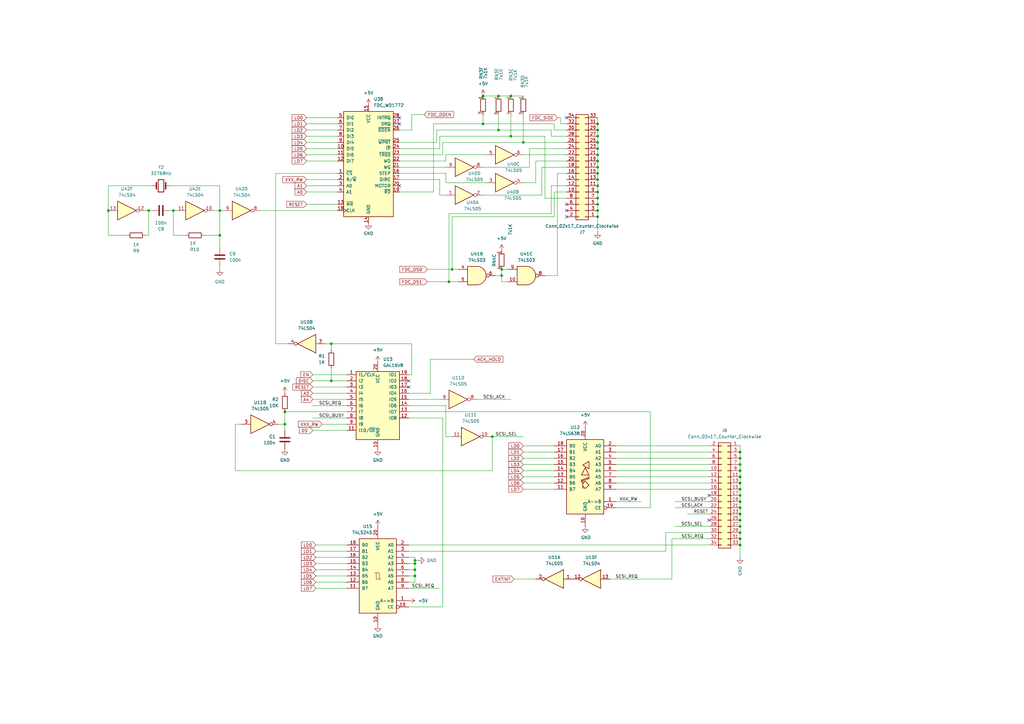
<source format=kicad_sch>
(kicad_sch (version 20250114) (generator "eeschema") (generator_version "9.0")
  (paper "A3")
  (title_block (title "CST Thor  - Clone/Upgrade for Sinclair QL") (date "2025-03-15") (rev "0,1") (company "(C) 2025 Alvaro Alea Fdz") (comment 1 "https://ohwr.org/cern_ohl_s_v2.txt") (comment 2 "CERN Open Hardware Licence Version 2 - Strongly Reciprocal") (comment 3 "Under License") (comment 4 "FLOPPY AND SCSI DISK INTERFACES"))
  (lib_symbols
    (symbol "74xx:74LS03" (pin_names (offset 1.016))
      (property "Reference" "U" (at 0 1.27 0))
      (property "Value" "74LS03" (at 0 -1.27 0))
      (symbol "74LS03_1_1"
        (pin input line (at -7.62 2.54 0) (length 3.81) (name "~") (number "1"))
        (pin input line (at -7.62 -2.54 0) (length 3.81) (name "~") (number "2"))
        (pin open_collector inverted (at 7.62 0 180) (length 3.81) (name "~") (number "3"))
      )
      (symbol "74LS03_1_2"
        (pin input inverted (at -7.62 2.54 0) (length 4.318) (name "~") (number "1"))
        (pin input inverted (at -7.62 -2.54 0) (length 4.318) (name "~") (number "2"))
        (pin open_collector line (at 7.62 0 180) (length 3.81) (name "~") (number "3"))
      )
      (symbol "74LS03_2_1"
        (pin input line (at -7.62 2.54 0) (length 3.81) (name "~") (number "4"))
        (pin input line (at -7.62 -2.54 0) (length 3.81) (name "~") (number "5"))
        (pin open_collector inverted (at 7.62 0 180) (length 3.81) (name "~") (number "6"))
      )
      (symbol "74LS03_2_2"
        (pin input inverted (at -7.62 2.54 0) (length 4.318) (name "~") (number "4"))
        (pin input inverted (at -7.62 -2.54 0) (length 4.318) (name "~") (number "5"))
        (pin open_collector line (at 7.62 0 180) (length 3.81) (name "~") (number "6"))
      )
      (symbol "74LS03_3_1"
        (pin input line (at -7.62 2.54 0) (length 3.81) (name "~") (number "9"))
        (pin input line (at -7.62 -2.54 0) (length 3.81) (name "~") (number "10"))
        (pin open_collector inverted (at 7.62 0 180) (length 3.81) (name "~") (number "8"))
      )
      (symbol "74LS03_3_2"
        (pin input inverted (at -7.62 2.54 0) (length 4.318) (name "~") (number "9"))
        (pin input inverted (at -7.62 -2.54 0) (length 4.318) (name "~") (number "10"))
        (pin open_collector line (at 7.62 0 180) (length 3.81) (name "~") (number "8"))
      )
      (symbol "74LS03_4_1"
        (pin input line (at -7.62 2.54 0) (length 3.81) (name "~") (number "12"))
        (pin input line (at -7.62 -2.54 0) (length 3.81) (name "~") (number "13"))
        (pin open_collector inverted (at 7.62 0 180) (length 3.81) (name "~") (number "11"))
      )
      (symbol "74LS03_4_2"
        (pin input inverted (at -7.62 2.54 0) (length 4.318) (name "~") (number "12"))
        (pin input inverted (at -7.62 -2.54 0) (length 4.318) (name "~") (number "13"))
        (pin open_collector line (at 7.62 0 180) (length 3.81) (name "~") (number "11"))
      )
      (symbol "74LS03_5_0"
        (pin power_in line (at 0 12.7 270) (length 5.08) (name "VCC") (number "14"))
        (pin power_in line (at 0 -12.7 90) (length 5.08) (name "GND") (number "7"))
      )
    )
    (symbol "74xx:74LS04"
      (property "Reference" "U" (at 0 1.27 0))
      (property "Value" "74LS04" (at 0 -1.27 0))
      (symbol "74LS04_1_0"
        (pin input line (at -7.62 0 0) (length 3.81) (name "~") (number "1"))
        (pin output inverted (at 7.62 0 180) (length 3.81) (name "~") (number "2"))
      )
      (symbol "74LS04_2_0"
        (pin input line (at -7.62 0 0) (length 3.81) (name "~") (number "3"))
        (pin output inverted (at 7.62 0 180) (length 3.81) (name "~") (number "4"))
      )
      (symbol "74LS04_3_0"
        (pin input line (at -7.62 0 0) (length 3.81) (name "~") (number "5"))
        (pin output inverted (at 7.62 0 180) (length 3.81) (name "~") (number "6"))
      )
      (symbol "74LS04_4_0"
        (pin input line (at -7.62 0 0) (length 3.81) (name "~") (number "9"))
        (pin output inverted (at 7.62 0 180) (length 3.81) (name "~") (number "8"))
      )
      (symbol "74LS04_5_0"
        (pin input line (at -7.62 0 0) (length 3.81) (name "~") (number "11"))
        (pin output inverted (at 7.62 0 180) (length 3.81) (name "~") (number "10"))
      )
      (symbol "74LS04_6_0"
        (pin input line (at -7.62 0 0) (length 3.81) (name "~") (number "13"))
        (pin output inverted (at 7.62 0 180) (length 3.81) (name "~") (number "12"))
      )
      (symbol "74LS04_7_0"
        (pin power_in line (at 0 12.7 270) (length 5.08) (name "VCC") (number "14"))
        (pin power_in line (at 0 -12.7 90) (length 5.08) (name "GND") (number "7"))
      )
    )
    (symbol "74xx:74LS05" (pin_names (offset 1.016))
      (property "Reference" "U" (at 0 1.27 0))
      (property "Value" "74LS05" (at 0 -1.27 0))
      (symbol "74LS05_1_0"
        (pin input line (at -7.62 0 0) (length 3.81) (name "~") (number "1"))
        (pin open_collector inverted (at 7.62 0 180) (length 3.81) (name "~") (number "2"))
      )
      (symbol "74LS05_2_0"
        (pin input line (at -7.62 0 0) (length 3.81) (name "~") (number "3"))
        (pin open_collector inverted (at 7.62 0 180) (length 3.81) (name "~") (number "4"))
      )
      (symbol "74LS05_3_0"
        (pin input line (at -7.62 0 0) (length 3.81) (name "~") (number "5"))
        (pin open_collector inverted (at 7.62 0 180) (length 3.81) (name "~") (number "6"))
      )
      (symbol "74LS05_4_0"
        (pin input line (at -7.62 0 0) (length 3.81) (name "~") (number "9"))
        (pin open_collector inverted (at 7.62 0 180) (length 3.81) (name "~") (number "8"))
      )
      (symbol "74LS05_5_0"
        (pin input line (at -7.62 0 0) (length 3.81) (name "~") (number "11"))
        (pin open_collector inverted (at 7.62 0 180) (length 3.81) (name "~") (number "10"))
      )
      (symbol "74LS05_6_0"
        (pin input line (at -7.62 0 0) (length 3.81) (name "~") (number "13"))
        (pin open_collector inverted (at 7.62 0 180) (length 3.81) (name "~") (number "12"))
      )
      (symbol "74LS05_7_0"
        (pin power_in line (at 0 12.7 270) (length 5.08) (name "VCC") (number "14"))
        (pin power_in line (at 0 -12.7 90) (length 5.08) (name "GND") (number "7"))
      )
    )
    (symbol "74xx:74LS245" (pin_names (offset 1.016))
      (property "Reference" "U" (at -7.62 16.51 0))
      (property "Value" "74LS245" (at -7.62 -16.51 0))
      (symbol "74LS245_1_0"
        (pin tri_state line (at -12.7 12.7 0) (length 5.08) (name "A0") (number "2"))
        (pin tri_state line (at -12.7 10.16 0) (length 5.08) (name "A1") (number "3"))
        (pin tri_state line (at -12.7 7.62 0) (length 5.08) (name "A2") (number "4"))
        (pin tri_state line (at -12.7 5.08 0) (length 5.08) (name "A3") (number "5"))
        (pin tri_state line (at -12.7 2.54 0) (length 5.08) (name "A4") (number "6"))
        (pin tri_state line (at -12.7 0 0) (length 5.08) (name "A5") (number "7"))
        (pin tri_state line (at -12.7 -2.54 0) (length 5.08) (name "A6") (number "8"))
        (pin tri_state line (at -12.7 -5.08 0) (length 5.08) (name "A7") (number "9"))
        (pin input line (at -12.7 -10.16 0) (length 5.08) (name "A->B") (number "1"))
        (pin input inverted (at -12.7 -12.7 0) (length 5.08) (name "CE") (number "19"))
        (pin power_in line (at 0 20.32 270) (length 5.08) (name "VCC") (number "20"))
        (pin power_in line (at 0 -20.32 90) (length 5.08) (name "GND") (number "10"))
        (pin tri_state line (at 12.7 12.7 180) (length 5.08) (name "B0") (number "18"))
        (pin tri_state line (at 12.7 10.16 180) (length 5.08) (name "B1") (number "17"))
        (pin tri_state line (at 12.7 7.62 180) (length 5.08) (name "B2") (number "16"))
        (pin tri_state line (at 12.7 5.08 180) (length 5.08) (name "B3") (number "15"))
        (pin tri_state line (at 12.7 2.54 180) (length 5.08) (name "B4") (number "14"))
        (pin tri_state line (at 12.7 0 180) (length 5.08) (name "B5") (number "13"))
        (pin tri_state line (at 12.7 -2.54 180) (length 5.08) (name "B6") (number "12"))
        (pin tri_state line (at 12.7 -5.08 180) (length 5.08) (name "B7") (number "11"))
      )
    )
    (symbol "8bits:74LS638" (pin_names (offset 1.016))
      (property "Reference" "U15" (at 2.1941 20.32 0))
      (property "Value" "74LS638" (at 2.1941 17.78 0))
      (symbol "74LS638_1_0"
        (pin tri_state line (at -12.7 12.7 0) (length 5.08) (name "A0") (number "2"))
        (pin tri_state line (at -12.7 10.16 0) (length 5.08) (name "A1") (number "3"))
        (pin tri_state line (at -12.7 7.62 0) (length 5.08) (name "A2") (number "4"))
        (pin tri_state line (at -12.7 5.08 0) (length 5.08) (name "A3") (number "5"))
        (pin tri_state line (at -12.7 2.54 0) (length 5.08) (name "A4") (number "6"))
        (pin tri_state line (at -12.7 0 0) (length 5.08) (name "A5") (number "7"))
        (pin tri_state line (at -12.7 -2.54 0) (length 5.08) (name "A6") (number "8"))
        (pin tri_state line (at -12.7 -5.08 0) (length 5.08) (name "A7") (number "9"))
        (pin input line (at -12.7 -10.16 0) (length 5.08) (name "A->B") (number "1"))
        (pin input inverted (at -12.7 -12.7 0) (length 5.08) (name "CE") (number "19"))
        (pin power_in line (at 0 20.32 270) (length 5.08) (name "VCC") (number "20"))
        (pin power_in line (at 0 -20.32 90) (length 5.08) (name "GND") (number "10"))
        (pin tri_state line (at 12.7 12.7 180) (length 5.08) (name "B0") (number "18"))
        (pin tri_state line (at 12.7 10.16 180) (length 5.08) (name "B1") (number "17"))
        (pin tri_state line (at 12.7 7.62 180) (length 5.08) (name "B2") (number "16"))
        (pin tri_state line (at 12.7 5.08 180) (length 5.08) (name "B3") (number "15"))
        (pin tri_state line (at 12.7 2.54 180) (length 5.08) (name "B4") (number "14"))
        (pin tri_state line (at 12.7 0 180) (length 5.08) (name "B5") (number "13"))
        (pin tri_state line (at 12.7 -2.54 180) (length 5.08) (name "B6") (number "12"))
        (pin tri_state line (at 12.7 -5.08 180) (length 5.08) (name "B7") (number "11"))
      )
    )
    (symbol "8bits:FDC_WD1772" (pin_names (offset 1.016))
      (property "Reference" "U" (at -8.89 24.13 0))
      (property "Value" "FDC_WD1772" (at 8.382 24.384 0))
      (symbol "FDC_WD1772_1_1"
        (pin tri_state line (at -12.7 20.32 0) (length 2.54) (name "DI0") (number "5"))
        (pin tri_state line (at -12.7 17.78 0) (length 2.54) (name "DI1") (number "6"))
        (pin tri_state line (at -12.7 15.24 0) (length 2.54) (name "DI2") (number "7"))
        (pin tri_state line (at -12.7 12.7 0) (length 2.54) (name "DI3") (number "8"))
        (pin tri_state line (at -12.7 10.16 0) (length 2.54) (name "DI4") (number "9"))
        (pin tri_state line (at -12.7 7.62 0) (length 2.54) (name "DI5") (number "10"))
        (pin tri_state line (at -12.7 5.08 0) (length 2.54) (name "DI6") (number "11"))
        (pin tri_state line (at -12.7 2.54 0) (length 2.54) (name "DI7") (number "12"))
        (pin input line (at -12.7 -2.54 0) (length 2.54) (name "~{CS}") (number "1"))
        (pin input line (at -12.7 -5.08 0) (length 2.54) (name "R/~{W}") (number "2"))
        (pin input line (at -12.7 -7.62 0) (length 2.54) (name "A0") (number "3"))
        (pin input line (at -12.7 -10.16 0) (length 2.54) (name "A1") (number "4"))
        (pin input line (at -12.7 -15.24 0) (length 2.54) (name "~{MR}") (number "13"))
        (pin input clock (at -12.7 -17.78 0) (length 2.54) (name "CLK") (number "18"))
        (pin power_in line (at 0 25.4 270) (length 2.54) (name "VCC") (number "15"))
        (pin power_in line (at 0 -22.86 90) (length 2.54) (name "GND") (number "14"))
        (pin input line (at 12.7 20.32 180) (length 2.54) (name "INTRQ") (number "28"))
        (pin output line (at 12.7 17.78 180) (length 2.54) (name "DRQ") (number "27"))
        (pin input line (at 12.7 15.24 180) (length 2.54) (name "~{DDEN}") (number "26"))
        (pin input line (at 12.7 10.16 180) (length 2.54) (name "~{WPRT}") (number "25"))
        (pin input line (at 12.7 7.62 180) (length 2.54) (name "~{IP}") (number "24"))
        (pin input line (at 12.7 5.08 180) (length 2.54) (name "~{TR00}") (number "23"))
        (pin output line (at 12.7 2.54 180) (length 2.54) (name "WD") (number "22"))
        (pin output line (at 12.7 0 180) (length 2.54) (name "WG") (number "21"))
        (pin output line (at 12.7 -2.54 180) (length 2.54) (name "STEP") (number "16"))
        (pin output line (at 12.7 -5.08 180) (length 2.54) (name "DIRC") (number "17"))
        (pin output line (at 12.7 -7.62 180) (length 2.54) (name "MOTOR") (number "20"))
        (pin input line (at 12.7 -10.16 180) (length 2.54) (name "~{RD}") (number "19"))
      )
    )
    (symbol "Connector_Generic:Conn_02x17_Odd_Even" (pin_names (offset 1.016) (hide yes))
      (property "Reference" "J" (at 1.27 22.86 0))
      (property "Value" "Conn_02x17_Odd_Even" (at 1.27 -22.86 0))
      (symbol "Conn_02x17_Odd_Even_1_1"
        (pin passive line (at -5.08 20.32 0) (length 3.81) (name "Pin_1") (number "1"))
        (pin passive line (at -5.08 17.78 0) (length 3.81) (name "Pin_3") (number "3"))
        (pin passive line (at -5.08 15.24 0) (length 3.81) (name "Pin_5") (number "5"))
        (pin passive line (at -5.08 12.7 0) (length 3.81) (name "Pin_7") (number "7"))
        (pin passive line (at -5.08 10.16 0) (length 3.81) (name "Pin_9") (number "9"))
        (pin passive line (at -5.08 7.62 0) (length 3.81) (name "Pin_11") (number "11"))
        (pin passive line (at -5.08 5.08 0) (length 3.81) (name "Pin_13") (number "13"))
        (pin passive line (at -5.08 2.54 0) (length 3.81) (name "Pin_15") (number "15"))
        (pin passive line (at -5.08 0 0) (length 3.81) (name "Pin_17") (number "17"))
        (pin passive line (at -5.08 -2.54 0) (length 3.81) (name "Pin_19") (number "19"))
        (pin passive line (at -5.08 -5.08 0) (length 3.81) (name "Pin_21") (number "21"))
        (pin passive line (at -5.08 -7.62 0) (length 3.81) (name "Pin_23") (number "23"))
        (pin passive line (at -5.08 -10.16 0) (length 3.81) (name "Pin_25") (number "25"))
        (pin passive line (at -5.08 -12.7 0) (length 3.81) (name "Pin_27") (number "27"))
        (pin passive line (at -5.08 -15.24 0) (length 3.81) (name "Pin_29") (number "29"))
        (pin passive line (at -5.08 -17.78 0) (length 3.81) (name "Pin_31") (number "31"))
        (pin passive line (at -5.08 -20.32 0) (length 3.81) (name "Pin_33") (number "33"))
        (pin passive line (at 7.62 20.32 180) (length 3.81) (name "Pin_2") (number "2"))
        (pin passive line (at 7.62 17.78 180) (length 3.81) (name "Pin_4") (number "4"))
        (pin passive line (at 7.62 15.24 180) (length 3.81) (name "Pin_6") (number "6"))
        (pin passive line (at 7.62 12.7 180) (length 3.81) (name "Pin_8") (number "8"))
        (pin passive line (at 7.62 10.16 180) (length 3.81) (name "Pin_10") (number "10"))
        (pin passive line (at 7.62 7.62 180) (length 3.81) (name "Pin_12") (number "12"))
        (pin passive line (at 7.62 5.08 180) (length 3.81) (name "Pin_14") (number "14"))
        (pin passive line (at 7.62 2.54 180) (length 3.81) (name "Pin_16") (number "16"))
        (pin passive line (at 7.62 0 180) (length 3.81) (name "Pin_18") (number "18"))
        (pin passive line (at 7.62 -2.54 180) (length 3.81) (name "Pin_20") (number "20"))
        (pin passive line (at 7.62 -5.08 180) (length 3.81) (name "Pin_22") (number "22"))
        (pin passive line (at 7.62 -7.62 180) (length 3.81) (name "Pin_24") (number "24"))
        (pin passive line (at 7.62 -10.16 180) (length 3.81) (name "Pin_26") (number "26"))
        (pin passive line (at 7.62 -12.7 180) (length 3.81) (name "Pin_28") (number "28"))
        (pin passive line (at 7.62 -15.24 180) (length 3.81) (name "Pin_30") (number "30"))
        (pin passive line (at 7.62 -17.78 180) (length 3.81) (name "Pin_32") (number "32"))
        (pin passive line (at 7.62 -20.32 180) (length 3.81) (name "Pin_34") (number "34"))
      )
    )
    (symbol "Device:C" (pin_numbers (hide yes)) (pin_names (offset 0.254))
      (property "Reference" "C" (at 0.635 2.54 0))
      (property "Value" "C" (at 0.635 -2.54 0))
      (symbol "C_1_1"
        (pin passive line (at 0 3.81 270) (length 2.794) (name "~") (number "1"))
        (pin passive line (at 0 -3.81 90) (length 2.794) (name "~") (number "2"))
      )
    )
    (symbol "Device:Crystal" (pin_numbers (hide yes)) (pin_names (offset 1.016) (hide yes))
      (property "Reference" "Y" (at 0 3.81 0))
      (property "Value" "Crystal" (at 0 -3.81 0))
      (symbol "Crystal_1_1"
        (pin passive line (at -3.81 0 0) (length 1.27) (name "1") (number "1"))
        (pin passive line (at 3.81 0 180) (length 1.27) (name "2") (number "2"))
      )
    )
    (symbol "Device:R" (pin_numbers (hide yes)) (pin_names (offset 0))
      (property "Reference" "R" (at 2.032 0 90))
      (property "Value" "R" (at 0 0 90))
      (symbol "R_1_1"
        (pin passive line (at 0 3.81 270) (length 1.27) (name "~") (number "1"))
        (pin passive line (at 0 -3.81 90) (length 1.27) (name "~") (number "2"))
      )
    )
    (symbol "Device:R_Network07_Split" (pin_names (offset 0) (hide yes))
      (property "Reference" "RN" (at 2.032 0 90))
      (property "Value" "R_Network07_Split" (at 0 0 90))
      (symbol "R_Network07_Split_0_1"
        (pin passive line (at 0 3.81 270) (length 1.27) (name "R1") (number "1"))
      )
      (symbol "R_Network07_Split_1_1"
        (pin passive line (at 0 -3.81 90) (length 1.27) (name "R1.2") (number "2"))
      )
      (symbol "R_Network07_Split_2_1"
        (pin passive line (at 0 -3.81 90) (length 1.27) (name "R2.2") (number "3"))
      )
      (symbol "R_Network07_Split_3_1"
        (pin passive line (at 0 -3.81 90) (length 1.27) (name "R3.2") (number "4"))
      )
      (symbol "R_Network07_Split_4_1"
        (pin passive line (at 0 -3.81 90) (length 1.27) (name "R4.2") (number "5"))
      )
      (symbol "R_Network07_Split_5_1"
        (pin passive line (at 0 -3.81 90) (length 1.27) (name "R5.2") (number "6"))
      )
      (symbol "R_Network07_Split_6_1"
        (pin passive line (at 0 -3.81 90) (length 1.27) (name "R6.2") (number "7"))
      )
      (symbol "R_Network07_Split_7_1"
        (pin passive line (at 0 -3.81 90) (length 1.27) (name "R7.2") (number "8"))
      )
    )
    (symbol "Logic_Programmable:GAL16V8" (pin_names (offset 1.016))
      (property "Reference" "U" (at -8.89 16.51 0))
      (property "Value" "GAL16V8" (at 1.27 16.51 0))
      (symbol "GAL16V8_0_0"
        (pin power_in line (at 0 17.78 270) (length 3.81) (name "VCC") (number "20"))
        (pin power_in line (at 0 -17.78 90) (length 3.81) (name "GND") (number "10"))
      )
      (symbol "GAL16V8_1_1"
        (pin input line (at -12.7 12.7 0) (length 3.81) (name "I1/CLK") (number "1"))
        (pin input line (at -12.7 10.16 0) (length 3.81) (name "I2") (number "2"))
        (pin input line (at -12.7 7.62 0) (length 3.81) (name "I3") (number "3"))
        (pin input line (at -12.7 5.08 0) (length 3.81) (name "I4") (number "4"))
        (pin input line (at -12.7 2.54 0) (length 3.81) (name "I5") (number "5"))
        (pin input line (at -12.7 0 0) (length 3.81) (name "I6") (number "6"))
        (pin input line (at -12.7 -2.54 0) (length 3.81) (name "I7") (number "7"))
        (pin input line (at -12.7 -5.08 0) (length 3.81) (name "I8") (number "8"))
        (pin input line (at -12.7 -7.62 0) (length 3.81) (name "I9") (number "9"))
        (pin input line (at -12.7 -10.16 0) (length 3.81) (name "I10/~{OE}") (number "11"))
        (pin tri_state line (at 12.7 12.7 180) (length 3.81) (name "IO1") (number "19"))
        (pin tri_state line (at 12.7 10.16 180) (length 3.81) (name "IO2") (number "18"))
        (pin tri_state line (at 12.7 7.62 180) (length 3.81) (name "I03") (number "17"))
        (pin tri_state line (at 12.7 5.08 180) (length 3.81) (name "IO4") (number "16"))
        (pin tri_state line (at 12.7 2.54 180) (length 3.81) (name "IO5") (number "15"))
        (pin tri_state line (at 12.7 0 180) (length 3.81) (name "IO6") (number "14"))
        (pin tri_state line (at 12.7 -2.54 180) (length 3.81) (name "IO7") (number "13"))
        (pin tri_state line (at 12.7 -5.08 180) (length 3.81) (name "IO8") (number "12"))
      )
    )
    (symbol "power:+5V" (power) (pin_numbers (hide yes)) (pin_names (offset 0) (hide yes))
      (property "Value" "+5V" (at 0 3.556 0))
      (symbol "+5V_1_1"
        (pin power_in line (at 0 0 90) (length 0) (name "~") (number "1"))
      )
    )
    (symbol "power:GND" (power) (pin_numbers (hide yes)) (pin_names (offset 0) (hide yes))
      (property "Value" "GND" (at 0 -3.81 0))
      (symbol "GND_1_1"
        (pin power_in line (at 0 0 270) (length 0) (name "~") (number "1"))
      )
    )
  )
  (junction (at 245.11 83.82))
  (junction (at 116.84 173.99))
  (junction (at 303.53 193.04))
  (junction (at 303.53 215.9))
  (junction (at 303.53 210.82))
  (junction (at 198.12 39.37))
  (junction (at 198.12 50.8))
  (junction (at 245.11 60.96))
  (junction (at 204.47 53.34))
  (junction (at 245.11 50.8))
  (junction (at 303.53 208.28))
  (junction (at 201.93 179.07))
  (junction (at 303.53 223.52))
  (junction (at 90.17 96.52))
  (junction (at 245.11 55.88))
  (junction (at 170.18 236.22))
  (junction (at 116.84 168.91))
  (junction (at 245.11 78.74))
  (junction (at 245.11 86.36))
  (junction (at 90.17 86.36))
  (junction (at 245.11 71.12))
  (junction (at 205.74 110.49))
  (junction (at 205.74 113.03))
  (junction (at 135.89 156.21))
  (junction (at 245.11 63.5))
  (junction (at 303.53 203.2))
  (junction (at 170.18 233.68))
  (junction (at 303.53 198.12))
  (junction (at 60.96 86.36))
  (junction (at 245.11 88.9))
  (junction (at 204.47 39.37))
  (junction (at 303.53 218.44))
  (junction (at 245.11 68.58))
  (junction (at 71.12 86.36))
  (junction (at 245.11 81.28))
  (junction (at 44.45 86.36))
  (junction (at 303.53 185.42))
  (junction (at 184.15 115.57))
  (junction (at 209.55 55.88))
  (junction (at 245.11 53.34))
  (junction (at 170.18 229.87))
  (junction (at 303.53 205.74))
  (junction (at 303.53 190.5))
  (junction (at 214.63 58.42))
  (junction (at 135.89 140.97))
  (junction (at 245.11 66.04))
  (junction (at 245.11 58.42))
  (junction (at 303.53 195.58))
  (junction (at 245.11 73.66))
  (junction (at 303.53 200.66))
  (junction (at 245.11 76.2))
  (junction (at 303.53 213.36))
  (junction (at 303.53 220.98))
  (junction (at 303.53 187.96))
  (junction (at 209.55 39.37))
  (junction (at 170.18 231.14))
  (junction (at 185.42 110.49))
  (no_connect (at 167.64 156.21))
  (no_connect (at 290.83 203.2))
  (no_connect (at 167.64 158.75))
  (no_connect (at 232.41 83.82))
  (no_connect (at 290.83 213.36))
  (no_connect (at 232.41 88.9))
  (no_connect (at 232.41 86.36))
  (no_connect (at 163.83 48.26))
  (no_connect (at 163.83 50.8))
  (no_connect (at 232.41 48.26))
  (no_connect (at 163.83 76.2))
  (wire (pts (xy 181.61 248.92) (xy 167.64 248.92)))
  (wire (pts (xy 227.33 53.34) (xy 227.33 50.8)))
  (wire (pts (xy 245.11 73.66) (xy 245.11 76.2)))
  (wire (pts (xy 232.41 50.8) (xy 229.87 50.8)))
  (wire (pts (xy 266.7 168.91) (xy 266.7 208.28)))
  (wire (pts (xy 227.33 53.34) (xy 232.41 53.34)))
  (wire (pts (xy 138.43 53.34) (xy 125.73 53.34)))
  (wire (pts (xy 303.53 215.9) (xy 303.53 218.44)))
  (wire (pts (xy 232.41 66.04) (xy 219.71 66.04)))
  (wire (pts (xy 184.15 87.63) (xy 226.06 87.63)))
  (wire (pts (xy 181.61 58.42) (xy 214.63 58.42)))
  (wire (pts (xy 44.45 96.52) (xy 44.45 86.36)))
  (wire (pts (xy 204.47 46.99) (xy 204.47 53.34)))
  (wire (pts (xy 245.11 83.82) (xy 245.11 86.36)))
  (wire (pts (xy 44.45 76.2) (xy 44.45 86.36)))
  (wire (pts (xy 167.64 233.68) (xy 170.18 233.68)))
  (wire (pts (xy 167.64 166.37) (xy 182.88 166.37)))
  (wire (pts (xy 116.84 173.99) (xy 116.84 176.53)))
  (wire (pts (xy 303.53 193.04) (xy 303.53 195.58)))
  (wire (pts (xy 106.68 86.36) (xy 138.43 86.36)))
  (wire (pts (xy 177.8 78.74) (xy 163.83 78.74)))
  (wire (pts (xy 175.26 115.57) (xy 184.15 115.57)))
  (wire (pts (xy 201.93 193.04) (xy 96.52 193.04)))
  (wire (pts (xy 226.06 76.2) (xy 226.06 87.63)))
  (wire (pts (xy 217.17 60.96) (xy 232.41 60.96)))
  (wire (pts (xy 76.2 96.52) (xy 71.12 96.52)))
  (wire (pts (xy 167.64 161.29) (xy 176.53 161.29)))
  (wire (pts (xy 128.27 153.67) (xy 142.24 153.67)))
  (wire (pts (xy 227.33 78.74) (xy 227.33 88.9)))
  (wire (pts (xy 167.64 153.67) (xy 168.91 153.67)))
  (wire (pts (xy 204.47 39.37) (xy 209.55 39.37)))
  (wire (pts (xy 303.53 218.44) (xy 303.53 220.98)))
  (wire (pts (xy 303.53 182.88) (xy 303.53 185.42)))
  (wire (pts (xy 163.83 73.66) (xy 180.34 73.66)))
  (wire (pts (xy 138.43 66.04) (xy 125.73 66.04)))
  (wire (pts (xy 205.74 110.49) (xy 208.28 110.49)))
  (wire (pts (xy 226.06 53.34) (xy 204.47 53.34)))
  (wire (pts (xy 227.33 185.42) (xy 214.63 185.42)))
  (wire (pts (xy 113.03 140.97) (xy 118.11 140.97)))
  (wire (pts (xy 176.53 147.32) (xy 194.31 147.32)))
  (wire (pts (xy 128.27 161.29) (xy 142.24 161.29)))
  (wire (pts (xy 90.17 96.52) (xy 90.17 101.6)))
  (wire (pts (xy 227.33 200.66) (xy 214.63 200.66)))
  (wire (pts (xy 198.12 80.01) (xy 222.25 80.01)))
  (wire (pts (xy 59.69 86.36) (xy 60.96 86.36)))
  (wire (pts (xy 90.17 76.2) (xy 90.17 86.36)))
  (wire (pts (xy 167.64 231.14) (xy 170.18 231.14)))
  (wire (pts (xy 245.11 48.26) (xy 245.11 50.8)))
  (wire (pts (xy 209.55 46.99) (xy 209.55 55.88)))
  (wire (pts (xy 163.83 68.58) (xy 182.88 68.58)))
  (wire (pts (xy 138.43 50.8) (xy 125.73 50.8)))
  (wire (pts (xy 182.88 166.37) (xy 182.88 179.07)))
  (wire (pts (xy 245.11 53.34) (xy 245.11 55.88)))
  (wire (pts (xy 198.12 46.99) (xy 198.12 50.8)))
  (wire (pts (xy 252.73 193.04) (xy 290.83 193.04)))
  (wire (pts (xy 232.41 71.12) (xy 228.6 71.12)))
  (wire (pts (xy 177.8 50.8) (xy 177.8 78.74)))
  (wire (pts (xy 228.6 71.12) (xy 228.6 113.03)))
  (wire (pts (xy 275.59 220.98) (xy 290.83 220.98)))
  (wire (pts (xy 167.64 241.3) (xy 180.34 241.3)))
  (wire (pts (xy 135.89 151.13) (xy 135.89 156.21)))
  (wire (pts (xy 142.24 228.6) (xy 129.54 228.6)))
  (wire (pts (xy 182.88 63.5) (xy 182.88 66.04)))
  (wire (pts (xy 303.53 187.96) (xy 303.53 190.5)))
  (wire (pts (xy 252.73 185.42) (xy 290.83 185.42)))
  (wire (pts (xy 245.11 78.74) (xy 245.11 81.28)))
  (wire (pts (xy 138.43 55.88) (xy 125.73 55.88)))
  (wire (pts (xy 116.84 173.99) (xy 116.84 168.91)))
  (wire (pts (xy 128.27 171.45) (xy 142.24 171.45)))
  (wire (pts (xy 138.43 48.26) (xy 125.73 48.26)))
  (wire (pts (xy 185.42 110.49) (xy 187.96 110.49)))
  (wire (pts (xy 199.39 74.93) (xy 182.88 74.93)))
  (wire (pts (xy 170.18 229.87) (xy 170.18 231.14)))
  (wire (pts (xy 203.2 113.03) (xy 205.74 113.03)))
  (wire (pts (xy 303.53 203.2) (xy 303.53 205.74)))
  (wire (pts (xy 170.18 231.14) (xy 170.18 233.68)))
  (wire (pts (xy 90.17 96.52) (xy 90.17 86.36)))
  (wire (pts (xy 69.85 76.2) (xy 90.17 76.2)))
  (wire (pts (xy 182.88 71.12) (xy 163.83 71.12)))
  (wire (pts (xy 303.53 190.5) (xy 303.53 193.04)))
  (wire (pts (xy 135.89 140.97) (xy 135.89 143.51)))
  (wire (pts (xy 222.25 80.01) (xy 222.25 68.58)))
  (wire (pts (xy 128.27 163.83) (xy 142.24 163.83)))
  (wire (pts (xy 170.18 228.6) (xy 170.18 229.87)))
  (wire (pts (xy 201.93 179.07) (xy 201.93 193.04)))
  (wire (pts (xy 303.53 210.82) (xy 303.53 213.36)))
  (wire (pts (xy 198.12 68.58) (xy 217.17 68.58)))
  (wire (pts (xy 303.53 220.98) (xy 303.53 223.52)))
  (wire (pts (xy 176.53 161.29) (xy 176.53 147.32)))
  (wire (pts (xy 200.66 179.07) (xy 201.93 179.07)))
  (wire (pts (xy 185.42 88.9) (xy 227.33 88.9)))
  (wire (pts (xy 132.08 173.99) (xy 142.24 173.99)))
  (wire (pts (xy 167.64 168.91) (xy 266.7 168.91)))
  (wire (pts (xy 180.34 55.88) (xy 209.55 55.88)))
  (wire (pts (xy 87.63 86.36) (xy 90.17 86.36)))
  (wire (pts (xy 208.28 115.57) (xy 205.74 115.57)))
  (wire (pts (xy 227.33 190.5) (xy 214.63 190.5)))
  (wire (pts (xy 276.86 215.9) (xy 290.83 215.9)))
  (wire (pts (xy 245.11 60.96) (xy 245.11 63.5)))
  (wire (pts (xy 273.05 218.44) (xy 273.05 226.06)))
  (wire (pts (xy 245.11 88.9) (xy 245.11 95.25)))
  (wire (pts (xy 252.73 200.66) (xy 290.83 200.66)))
  (wire (pts (xy 168.91 53.34) (xy 168.91 46.99)))
  (wire (pts (xy 252.73 182.88) (xy 290.83 182.88)))
  (wire (pts (xy 219.71 74.93) (xy 214.63 74.93)))
  (wire (pts (xy 275.59 220.98) (xy 275.59 237.49)))
  (wire (pts (xy 167.64 228.6) (xy 170.18 228.6)))
  (wire (pts (xy 170.18 229.87) (xy 171.45 229.87)))
  (wire (pts (xy 245.11 58.42) (xy 245.11 60.96)))
  (wire (pts (xy 184.15 115.57) (xy 187.96 115.57)))
  (wire (pts (xy 228.6 113.03) (xy 223.52 113.03)))
  (wire (pts (xy 128.27 166.37) (xy 142.24 166.37)))
  (wire (pts (xy 245.11 76.2) (xy 245.11 78.74)))
  (wire (pts (xy 198.12 39.37) (xy 204.47 39.37)))
  (wire (pts (xy 142.24 236.22) (xy 129.54 236.22)))
  (wire (pts (xy 182.88 74.93) (xy 182.88 71.12)))
  (wire (pts (xy 167.64 238.76) (xy 170.18 238.76)))
  (wire (pts (xy 245.11 71.12) (xy 245.11 73.66)))
  (wire (pts (xy 232.41 81.28) (xy 223.52 81.28)))
  (wire (pts (xy 60.96 86.36) (xy 62.23 86.36)))
  (wire (pts (xy 223.52 55.88) (xy 209.55 55.88)))
  (wire (pts (xy 170.18 238.76) (xy 170.18 236.22)))
  (wire (pts (xy 182.88 179.07) (xy 185.42 179.07)))
  (wire (pts (xy 138.43 78.74) (xy 125.73 78.74)))
  (wire (pts (xy 116.84 168.91) (xy 142.24 168.91)))
  (wire (pts (xy 181.61 58.42) (xy 181.61 63.5)))
  (wire (pts (xy 168.91 153.67) (xy 168.91 140.97)))
  (wire (pts (xy 60.96 96.52) (xy 60.96 86.36)))
  (wire (pts (xy 219.71 237.49) (xy 210.82 237.49)))
  (wire (pts (xy 128.27 176.53) (xy 142.24 176.53)))
  (wire (pts (xy 142.24 223.52) (xy 129.54 223.52)))
  (wire (pts (xy 182.88 66.04) (xy 163.83 66.04)))
  (wire (pts (xy 168.91 140.97) (xy 135.89 140.97)))
  (wire (pts (xy 179.07 58.42) (xy 163.83 58.42)))
  (wire (pts (xy 167.64 163.83) (xy 180.34 163.83)))
  (wire (pts (xy 303.53 198.12) (xy 303.53 200.66)))
  (wire (pts (xy 52.07 96.52) (xy 44.45 96.52)))
  (wire (pts (xy 180.34 73.66) (xy 180.34 80.01)))
  (wire (pts (xy 138.43 73.66) (xy 125.73 73.66)))
  (wire (pts (xy 252.73 190.5) (xy 290.83 190.5)))
  (wire (pts (xy 167.64 223.52) (xy 290.83 223.52)))
  (wire (pts (xy 276.86 208.28) (xy 290.83 208.28)))
  (wire (pts (xy 71.12 86.36) (xy 72.39 86.36)))
  (wire (pts (xy 138.43 58.42) (xy 125.73 58.42)))
  (wire (pts (xy 245.11 66.04) (xy 245.11 68.58)))
  (wire (pts (xy 245.11 55.88) (xy 245.11 58.42)))
  (wire (pts (xy 175.26 110.49) (xy 185.42 110.49)))
  (wire (pts (xy 252.73 198.12) (xy 290.83 198.12)))
  (wire (pts (xy 167.64 171.45) (xy 181.61 171.45)))
  (wire (pts (xy 69.85 86.36) (xy 71.12 86.36)))
  (wire (pts (xy 180.34 80.01) (xy 182.88 80.01)))
  (wire (pts (xy 167.64 236.22) (xy 170.18 236.22)))
  (wire (pts (xy 245.11 50.8) (xy 245.11 53.34)))
  (wire (pts (xy 128.27 158.75) (xy 142.24 158.75)))
  (wire (pts (xy 275.59 237.49) (xy 250.19 237.49)))
  (wire (pts (xy 201.93 179.07) (xy 214.63 179.07)))
  (wire (pts (xy 142.24 233.68) (xy 129.54 233.68)))
  (wire (pts (xy 227.33 187.96) (xy 214.63 187.96)))
  (wire (pts (xy 252.73 187.96) (xy 290.83 187.96)))
  (wire (pts (xy 245.11 86.36) (xy 245.11 88.9)))
  (wire (pts (xy 71.12 96.52) (xy 71.12 86.36)))
  (wire (pts (xy 113.03 71.12) (xy 138.43 71.12)))
  (wire (pts (xy 181.61 63.5) (xy 163.83 63.5)))
  (wire (pts (xy 227.33 198.12) (xy 214.63 198.12)))
  (wire (pts (xy 303.53 213.36) (xy 303.53 215.9)))
  (wire (pts (xy 226.06 55.88) (xy 226.06 53.34)))
  (wire (pts (xy 181.61 171.45) (xy 181.61 248.92)))
  (wire (pts (xy 226.06 76.2) (xy 232.41 76.2)))
  (wire (pts (xy 142.24 238.76) (xy 129.54 238.76)))
  (wire (pts (xy 179.07 53.34) (xy 179.07 58.42)))
  (wire (pts (xy 205.74 113.03) (xy 205.74 110.49)))
  (wire (pts (xy 142.24 241.3) (xy 129.54 241.3)))
  (wire (pts (xy 177.8 50.8) (xy 198.12 50.8)))
  (wire (pts (xy 138.43 63.5) (xy 125.73 63.5)))
  (wire (pts (xy 303.53 205.74) (xy 303.53 208.28)))
  (wire (pts (xy 227.33 182.88) (xy 214.63 182.88)))
  (wire (pts (xy 229.87 48.26) (xy 228.6 48.26)))
  (wire (pts (xy 96.52 173.99) (xy 99.06 173.99)))
  (wire (pts (xy 96.52 193.04) (xy 96.52 173.99)))
  (wire (pts (xy 232.41 78.74) (xy 227.33 78.74)))
  (wire (pts (xy 227.33 193.04) (xy 214.63 193.04)))
  (wire (pts (xy 138.43 60.96) (xy 125.73 60.96)))
  (wire (pts (xy 90.17 86.36) (xy 91.44 86.36)))
  (wire (pts (xy 135.89 156.21) (xy 142.24 156.21)))
  (wire (pts (xy 245.11 63.5) (xy 245.11 66.04)))
  (wire (pts (xy 252.73 205.74) (xy 262.89 205.74)))
  (wire (pts (xy 135.89 140.97) (xy 133.35 140.97)))
  (wire (pts (xy 303.53 200.66) (xy 303.53 203.2)))
  (wire (pts (xy 113.03 71.12) (xy 113.03 140.97)))
  (wire (pts (xy 114.3 173.99) (xy 116.84 173.99)))
  (wire (pts (xy 227.33 50.8) (xy 198.12 50.8)))
  (wire (pts (xy 303.53 208.28) (xy 303.53 210.82)))
  (wire (pts (xy 214.63 46.99) (xy 214.63 58.42)))
  (wire (pts (xy 209.55 39.37) (xy 214.63 39.37)))
  (wire (pts (xy 83.82 96.52) (xy 90.17 96.52)))
  (wire (pts (xy 182.88 63.5) (xy 199.39 63.5)))
  (wire (pts (xy 266.7 208.28) (xy 252.73 208.28)))
  (wire (pts (xy 227.33 195.58) (xy 214.63 195.58)))
  (wire (pts (xy 229.87 50.8) (xy 229.87 48.26)))
  (wire (pts (xy 303.53 185.42) (xy 303.53 187.96)))
  (wire (pts (xy 138.43 76.2) (xy 125.73 76.2)))
  (wire (pts (xy 125.73 83.82) (xy 138.43 83.82)))
  (wire (pts (xy 217.17 68.58) (xy 217.17 60.96)))
  (wire (pts (xy 222.25 68.58) (xy 232.41 68.58)))
  (wire (pts (xy 219.71 66.04) (xy 219.71 74.93)))
  (wire (pts (xy 290.83 218.44) (xy 273.05 218.44)))
  (wire (pts (xy 281.94 210.82) (xy 290.83 210.82)))
  (wire (pts (xy 245.11 68.58) (xy 245.11 71.12)))
  (wire (pts (xy 180.34 55.88) (xy 180.34 60.96)))
  (wire (pts (xy 128.27 156.21) (xy 135.89 156.21)))
  (wire (pts (xy 62.23 76.2) (xy 44.45 76.2)))
  (wire (pts (xy 185.42 88.9) (xy 185.42 110.49)))
  (wire (pts (xy 142.24 231.14) (xy 129.54 231.14)))
  (wire (pts (xy 214.63 58.42) (xy 232.41 58.42)))
  (wire (pts (xy 179.07 53.34) (xy 204.47 53.34)))
  (wire (pts (xy 142.24 226.06) (xy 129.54 226.06)))
  (wire (pts (xy 303.53 195.58) (xy 303.53 198.12)))
  (wire (pts (xy 163.83 53.34) (xy 168.91 53.34)))
  (wire (pts (xy 214.63 63.5) (xy 232.41 63.5)))
  (wire (pts (xy 226.06 55.88) (xy 232.41 55.88)))
  (wire (pts (xy 184.15 87.63) (xy 184.15 115.57)))
  (wire (pts (xy 195.58 163.83) (xy 209.55 163.83)))
  (wire (pts (xy 167.64 226.06) (xy 273.05 226.06)))
  (wire (pts (xy 276.86 205.74) (xy 290.83 205.74)))
  (wire (pts (xy 303.53 228.6) (xy 303.53 223.52)))
  (wire (pts (xy 90.17 109.22) (xy 90.17 110.49)))
  (wire (pts (xy 223.52 81.28) (xy 223.52 55.88)))
  (wire (pts (xy 245.11 81.28) (xy 245.11 83.82)))
  (wire (pts (xy 205.74 115.57) (xy 205.74 113.03)))
  (wire (pts (xy 59.69 96.52) (xy 60.96 96.52)))
  (wire (pts (xy 252.73 195.58) (xy 290.83 195.58)))
  (wire (pts (xy 170.18 233.68) (xy 170.18 236.22)))
  (wire (pts (xy 168.91 46.99) (xy 173.99 46.99)))
  (wire (pts (xy 180.34 60.96) (xy 163.83 60.96)))
  (label "XXX_RW" (at 254 205.74 0))
  (label "SCSI_SEL" (at 279.4 215.9 0))
  (label "SCSI_ACK" (at 279.4 208.28 0))
  (label "SCSI_BUSY" (at 279.4 205.74 0))
  (label "RESET" (at 284.48 210.82 0))
  (label "SCSI_REQ" (at 261.62 237.49 180))
  (label "SCSI_REQ" (at 130.81 166.37 0))
  (label "SCSI_ACK" (at 198.12 163.83 0))
  (label "SCSI_SEL" (at 203.2 179.07 0))
  (label "SCSI_REQ" (at 279.4 220.98 0))
  (label "SCSI_REQ" (at 168.91 241.3 0))
  (label "SCSI_BUSY" (at 130.81 171.45 0))
  (global_label "XXX_RW" (shape input) (at 132.08 173.99 180) (property "Intersheetrefs" "${INTERSHEET_REFS}" (effects (hide yes))))
  (global_label "LD3" (shape input) (at 129.54 231.14 180) (property "Intersheetrefs" "${INTERSHEET_REFS}" (effects (hide yes))))
  (global_label "LD7" (shape input) (at 214.63 200.66 180) (property "Intersheetrefs" "${INTERSHEET_REFS}" (effects (hide yes))))
  (global_label "A4" (shape input) (at 128.27 163.83 180) (property "Intersheetrefs" "${INTERSHEET_REFS}" (effects (hide yes))))
  (global_label "FDC_SIDE" (shape input) (at 228.6 48.26 180) (property "Intersheetrefs" "${INTERSHEET_REFS}" (effects (hide yes))))
  (global_label "LD2" (shape input) (at 214.63 187.96 180) (property "Intersheetrefs" "${INTERSHEET_REFS}" (effects (hide yes))))
  (global_label "A3" (shape input) (at 128.27 161.29 180) (property "Intersheetrefs" "${INTERSHEET_REFS}" (effects (hide yes))))
  (global_label "FDC_DS1'" (shape input) (at 175.26 115.57 180) (property "Intersheetrefs" "${INTERSHEET_REFS}" (effects (hide yes))))
  (global_label "LD4" (shape input) (at 214.63 193.04 180) (property "Intersheetrefs" "${INTERSHEET_REFS}" (effects (hide yes))))
  (global_label "LD3" (shape input) (at 125.73 55.88 180) (property "Intersheetrefs" "${INTERSHEET_REFS}" (effects (hide yes))))
  (global_label "LD6" (shape input) (at 214.63 198.12 180) (property "Intersheetrefs" "${INTERSHEET_REFS}" (effects (hide yes))))
  (global_label "XXX_RW" (shape input) (at 125.73 73.66 180) (property "Intersheetrefs" "${INTERSHEET_REFS}" (effects (hide yes))))
  (global_label "LD7" (shape input) (at 129.54 241.3 180) (property "Intersheetrefs" "${INTERSHEET_REFS}" (effects (hide yes))))
  (global_label "A0" (shape input) (at 125.73 78.74 180) (property "Intersheetrefs" "${INTERSHEET_REFS}" (effects (hide yes))))
  (global_label "DISC" (shape input) (at 128.27 156.21 180) (property "Intersheetrefs" "${INTERSHEET_REFS}" (effects (hide yes))))
  (global_label "RESET" (shape input) (at 125.73 83.82 180) (property "Intersheetrefs" "${INTERSHEET_REFS}" (effects (hide yes))))
  (global_label "RESET" (shape input) (at 128.27 158.75 180) (property "Intersheetrefs" "${INTERSHEET_REFS}" (effects (hide yes))))
  (global_label "LD1" (shape input) (at 125.73 50.8 180) (property "Intersheetrefs" "${INTERSHEET_REFS}" (effects (hide yes))))
  (global_label "EXTINT" (shape input) (at 210.82 237.49 180) (property "Intersheetrefs" "${INTERSHEET_REFS}" (effects (hide yes))))
  (global_label "LD4" (shape input) (at 129.54 233.68 180) (property "Intersheetrefs" "${INTERSHEET_REFS}" (effects (hide yes))))
  (global_label "LD0" (shape input) (at 129.54 223.52 180) (property "Intersheetrefs" "${INTERSHEET_REFS}" (effects (hide yes))))
  (global_label "LD1" (shape input) (at 129.54 226.06 180) (property "Intersheetrefs" "${INTERSHEET_REFS}" (effects (hide yes))))
  (global_label "LD5" (shape input) (at 125.73 60.96 180) (property "Intersheetrefs" "${INTERSHEET_REFS}" (effects (hide yes))))
  (global_label "LD2" (shape input) (at 125.73 53.34 180) (property "Intersheetrefs" "${INTERSHEET_REFS}" (effects (hide yes))))
  (global_label "LD1" (shape input) (at 214.63 185.42 180) (property "Intersheetrefs" "${INTERSHEET_REFS}" (effects (hide yes))))
  (global_label "FDC_DS0'" (shape input) (at 175.26 110.49 180) (property "Intersheetrefs" "${INTERSHEET_REFS}" (effects (hide yes))))
  (global_label "LD5" (shape input) (at 129.54 236.22 180) (property "Intersheetrefs" "${INTERSHEET_REFS}" (effects (hide yes))))
  (global_label "DS'" (shape input) (at 128.27 176.53 180) (property "Intersheetrefs" "${INTERSHEET_REFS}" (effects (hide yes))))
  (global_label "LD4" (shape input) (at 125.73 58.42 180) (property "Intersheetrefs" "${INTERSHEET_REFS}" (effects (hide yes))))
  (global_label "LD5" (shape input) (at 214.63 195.58 180) (property "Intersheetrefs" "${INTERSHEET_REFS}" (effects (hide yes))))
  (global_label "FDC_DDEN" (shape input) (at 173.99 46.99 0) (property "Intersheetrefs" "${INTERSHEET_REFS}" (effects (hide yes))))
  (global_label "LD6" (shape input) (at 125.73 63.5 180) (property "Intersheetrefs" "${INTERSHEET_REFS}" (effects (hide yes))))
  (global_label "LD6" (shape input) (at 129.54 238.76 180) (property "Intersheetrefs" "${INTERSHEET_REFS}" (effects (hide yes))))
  (global_label "LD0" (shape input) (at 214.63 182.88 180) (property "Intersheetrefs" "${INTERSHEET_REFS}" (effects (hide yes))))
  (global_label "LD7" (shape input) (at 125.73 66.04 180) (property "Intersheetrefs" "${INTERSHEET_REFS}" (effects (hide yes))))
  (global_label "ACK_HOLD" (shape input) (at 194.31 147.32 0) (property "Intersheetrefs" "${INTERSHEET_REFS}" (effects (hide yes))))
  (global_label "A1" (shape input) (at 125.73 76.2 180) (property "Intersheetrefs" "${INTERSHEET_REFS}" (effects (hide yes))))
  (global_label "LD2" (shape input) (at 129.54 228.6 180) (property "Intersheetrefs" "${INTERSHEET_REFS}" (effects (hide yes))))
  (global_label "LD0" (shape input) (at 125.73 48.26 180) (property "Intersheetrefs" "${INTERSHEET_REFS}" (effects (hide yes))))
  (global_label "EN" (shape input) (at 128.27 153.67 180) (property "Intersheetrefs" "${INTERSHEET_REFS}" (effects (hide yes))))
  (global_label "LD3" (shape input) (at 214.63 190.5 180) (property "Intersheetrefs" "${INTERSHEET_REFS}" (effects (hide yes))))
  (symbol (lib_id "power:GND") (at 245.11 95.25 0) (unit 1)
    (property "Reference" "#PWR086" (effects (hide yes)))
    (property "Value" "GND" (at 243.078 99.822 0) (effects (justify left)))
    (property "Description" "Power symbol creates a global label with name \"GND\" , ground" (effects (hide yes)))
  )
  (symbol (lib_id "74xx:74LS05") (at 207.01 74.93 0) (unit 2)
    (property "Reference" "U40" (at 210.312 78.74 0))
    (property "Value" "74LS05" (at 210.312 81.28 0))
    (property "Footprint" "Package_DIP:DIP-14_W7.62mm" (effects (hide yes)))
    (property "Datasheet" "http://www.ti.com/lit/gpn/sn74LS05" (effects (hide yes)))
    (property "Description" "Inverter Open Collect" (effects (hide yes)))
  )
  (symbol (lib_id "power:GND") (at 171.45 229.87 90) (unit 1)
    (property "Reference" "#PWR075" (effects (hide yes)))
    (property "Value" "GND" (at 179.07 229.8701 90) (effects (justify left)))
    (property "Description" "Power symbol creates a global label with name \"GND\" , ground" (effects (hide yes)))
  )
  (symbol (lib_id "74xx:74LS04") (at 99.06 86.36 0) (unit 4)
    (property "Reference" "U42" (at 99.06 77.47 0))
    (property "Value" "74LS04" (at 99.06 80.01 0))
    (property "Footprint" "Package_DIP:DIP-14_W7.62mm" (effects (hide yes)))
    (property "Datasheet" "http://www.ti.com/lit/gpn/sn74LS04" (effects (hide yes)))
    (property "Description" "Hex Inverter" (effects (hide yes)))
  )
  (symbol (lib_id "Device:R") (at 116.84 165.1 0) (mirror y) (unit 1)
    (property "Reference" "R2" (at 114.3 163.8299 0) (effects (justify left)))
    (property "Value" "10K" (at 114.3 166.3699 0) (effects (justify left)))
    (property "Footprint" "Resistor_THT:R_Axial_DIN0207_L6.3mm_D2.5mm_P10.16mm_Horizontal" (effects (hide yes)))
    (property "Description" "Resistor" (effects (hide yes)))
  )
  (symbol (lib_id "Device:R") (at 55.88 96.52 270) (unit 1)
    (property "Reference" "R9" (at 55.88 102.87 90))
    (property "Value" "1K" (at 55.88 100.33 90))
    (property "Footprint" "Resistor_THT:R_Axial_DIN0207_L6.3mm_D2.5mm_P7.62mm_Horizontal" (effects (hide yes)))
  )
  (symbol (lib_id "power:+5V") (at 151.13 43.18 0) (unit 1)
    (property "Reference" "#PWR084" (effects (hide yes)))
    (property "Value" "+5V" (at 151.13 38.1 0))
    (property "Description" "Power symbol creates a global label with name \"+5V\"" (effects (hide yes)))
  )
  (symbol (lib_id "Device:C") (at 66.04 86.36 90) (mirror x) (unit 1)
    (property "Reference" "C8" (at 66.04 93.98 90))
    (property "Value" "100n" (at 66.04 91.44 90))
    (property "Footprint" "Capacitor_THT:C_Disc_D4.3mm_W1.9mm_P5.00mm" (effects (hide yes)))
    (property "Description" "Unpolarized capacitor" (effects (hide yes)))
  )
  (symbol (lib_id "Logic_Programmable:GAL16V8") (at 154.94 166.37 0) (unit 1)
    (property "Reference" "U13" (at 157.1341 147.32 0) (effects (justify left)))
    (property "Value" "GAL16V8" (at 157.1341 149.86 0) (effects (justify left)))
    (property "Footprint" "Package_DIP:DIP-20_W7.62mm" (effects (hide yes)))
  )
  (symbol (lib_id "74xx:74LS03") (at 195.58 113.03 0) (unit 2)
    (property "Reference" "U41" (at 195.5717 104.14 0))
    (property "Value" "74LS03" (at 195.5717 106.68 0))
    (property "Footprint" "Package_DIP:DIP-14_W7.62mm" (effects (hide yes)))
    (property "Datasheet" "http://www.ti.com/lit/gpn/sn74LS03" (effects (hide yes)))
    (property "Description" "Quad 2-input NAND open collector" (effects (hide yes)))
  )
  (symbol (lib_id "Connector_Generic:Conn_02x17_Odd_Even") (at 298.45 203.2 0) (mirror y) (unit 1)
    (property "Reference" "J6" (at 297.18 176.53 0))
    (property "Value" "Conn_02x17_Counter_Clockwise" (at 297.18 179.07 0))
    (property "Footprint" "Connector_PinHeader_2.54mm:PinHeader_2x17_P2.54mm_Vertical" (effects (hide yes)))
    (property "Description" "Generic connector, double row, 02x17, odd/even pin numbering scheme (row 1 odd numbers, row 2 even numbers), script generated (kicad-library-utils/schlib/autogen/connector/)" (effects (hide yes)))
  )
  (symbol (lib_id "Device:R_Network07_Split") (at 205.74 106.68 0) (mirror y) (unit 3)
    (property "Reference" "RN4" (at 202.692 104.14 90) (effects (justify right)))
    (property "Value" "7x1K" (at 209.296 91.694 90) (effects (justify right)))
    (property "Footprint" "Resistor_THT:R_Array_SIP8" (effects (hide yes)))
    (property "Datasheet" "http://www.vishay.com/docs/31509/csc.pdf" (effects (hide yes)))
    (property "Description" "7 resistor network, star topology, bussed resistors, split" (effects (hide yes)))
  )
  (symbol (lib_id "power:+5V") (at 116.84 161.29 0) (unit 1)
    (property "Reference" "#PWR082" (effects (hide yes)))
    (property "Value" "+5V" (at 116.84 156.21 0))
    (property "Description" "Power symbol creates a global label with name \"+5V\"" (effects (hide yes)))
  )
  (symbol (lib_id "Device:R_Network07_Split") (at 209.55 43.18 0) (unit 3)
    (property "Reference" "RN3" (at 209.55 33.274 90) (effects (justify left)))
    (property "Value" "7x1K" (at 211.328 33.274 90) (effects (justify left)))
    (property "Footprint" "Resistor_THT:R_Array_SIP8" (effects (hide yes)))
    (property "Datasheet" "http://www.vishay.com/docs/31509/csc.pdf" (effects (hide yes)))
    (property "Description" "7 resistor network, star topology, bussed resistors, split" (effects (hide yes)))
  )
  (symbol (lib_id "Connector_Generic:Conn_02x17_Odd_Even") (at 240.03 68.58 180) (unit 1)
    (property "Reference" "J7" (at 238.76 95.25 0))
    (property "Value" "Conn_02x17_Counter_Clockwise" (at 238.76 92.71 0))
    (property "Footprint" "Connector_PinHeader_2.54mm:PinHeader_2x17_P2.54mm_Vertical" (effects (hide yes)))
    (property "Description" "Generic connector, double row, 02x17, odd/even pin numbering scheme (row 1 odd numbers, row 2 even numbers), script generated (kicad-library-utils/schlib/autogen/connector/)" (effects (hide yes)))
  )
  (symbol (lib_id "power:GND") (at 90.17 110.49 0) (unit 1)
    (property "Reference" "#PWR0109" (effects (hide yes)))
    (property "Value" "GND" (at 90.17 115.57 0))
    (property "Description" "Power symbol creates a global label with name \"GND\" , ground" (effects (hide yes)))
  )
  (symbol (lib_id "Device:R") (at 80.01 96.52 90) (mirror x) (unit 1)
    (property "Reference" "R10" (at 81.788 102.362 90) (effects (justify left)))
    (property "Value" "1K" (at 80.518 99.822 90) (effects (justify left)))
    (property "Footprint" "Resistor_THT:R_Axial_DIN0207_L6.3mm_D2.5mm_P7.62mm_Horizontal" (effects (hide yes)))
  )
  (symbol (lib_id "power:GND") (at 154.94 256.54 0) (unit 1)
    (property "Reference" "#PWR073" (effects (hide yes)))
    (property "Value" "GND" (at 152.908 260.858 0) (effects (justify left)))
    (property "Description" "Power symbol creates a global label with name \"GND\" , ground" (effects (hide yes)))
  )
  (symbol (lib_id "74xx:74LS04") (at 80.01 86.36 0) (unit 5)
    (property "Reference" "U42" (at 80.01 77.47 0))
    (property "Value" "74LS04" (at 80.01 80.01 0))
    (property "Footprint" "Package_DIP:DIP-14_W7.62mm" (effects (hide yes)))
    (property "Datasheet" "http://www.ti.com/lit/gpn/sn74LS04" (effects (hide yes)))
    (property "Description" "Hex Inverter" (effects (hide yes)))
  )
  (symbol (lib_id "74xx:74LS03") (at 215.9 113.03 0) (unit 3)
    (property "Reference" "U41" (at 215.8917 104.14 0))
    (property "Value" "74LS03" (at 215.8917 106.68 0))
    (property "Footprint" "Package_DIP:DIP-14_W7.62mm" (effects (hide yes)))
    (property "Datasheet" "http://www.ti.com/lit/gpn/sn74LS03" (effects (hide yes)))
    (property "Description" "Quad 2-input NAND open collector" (effects (hide yes)))
  )
  (symbol (lib_id "74xx:74LS04") (at 242.57 237.49 0) (mirror y) (unit 6)
    (property "Reference" "U10" (at 242.57 228.6 0))
    (property "Value" "74LS04" (at 242.57 231.14 0))
    (property "Footprint" "Package_DIP:DIP-14_W7.62mm" (effects (hide yes)))
    (property "Datasheet" "http://www.ti.com/lit/gpn/sn74LS04" (effects (hide yes)))
    (property "Description" "Hex Inverter" (effects (hide yes)))
  )
  (symbol (lib_id "power:+5V") (at 198.12 39.37 0) (unit 1)
    (property "Reference" "#PWR0114" (effects (hide yes)))
    (property "Value" "+5V" (at 198.12 34.29 0))
    (property "Description" "Power symbol creates a global label with name \"+5V\"" (effects (hide yes)))
  )
  (symbol (lib_id "74xx:74LS05") (at 187.96 163.83 0) (unit 4)
    (property "Reference" "U11" (at 187.96 154.94 0))
    (property "Value" "74LS05" (at 187.96 157.48 0))
    (property "Footprint" "Package_DIP:DIP-14_W7.62mm" (effects (hide yes)))
    (property "Datasheet" "http://www.ti.com/lit/gpn/sn74LS05" (effects (hide yes)))
    (property "Description" "Inverter Open Collect" (effects (hide yes)))
  )
  (symbol (lib_id "Device:C") (at 116.84 180.34 0) (mirror x) (unit 1)
    (property "Reference" "C1" (at 113.03 179.0699 0) (effects (justify right)))
    (property "Value" "100n" (at 113.03 181.6099 0) (effects (justify right)))
    (property "Footprint" "Capacitor_THT:C_Disc_D4.3mm_W1.9mm_P5.00mm" (effects (hide yes)))
    (property "Description" "Unpolarized capacitor" (effects (hide yes)))
  )
  (symbol (lib_id "power:GND") (at 154.94 184.15 0) (unit 1)
    (property "Reference" "#PWR077" (effects (hide yes)))
    (property "Value" "GND" (at 152.908 188.722 0) (effects (justify left)))
    (property "Description" "Power symbol creates a global label with name \"GND\" , ground" (effects (hide yes)))
  )
  (symbol (lib_id "Device:C") (at 90.17 105.41 180) (unit 1)
    (property "Reference" "C9" (at 93.98 104.1399 0) (effects (justify right)))
    (property "Value" "100n" (at 93.98 106.6799 0) (effects (justify right)))
    (property "Footprint" "Capacitor_THT:C_Disc_D4.3mm_W1.9mm_P5.00mm" (effects (hide yes)))
    (property "Description" "Unpolarized capacitor" (effects (hide yes)))
  )
  (symbol (lib_id "Device:Crystal") (at 66.04 76.2 0) (mirror x) (unit 1)
    (property "Reference" "Y2" (at 66.04 68.58 0))
    (property "Value" "32768Hz" (at 66.04 71.12 0))
    (property "Footprint" "Crystal:Crystal_HC49-4H_Vertical" (effects (hide yes)))
    (property "Description" "Two pin crystal" (effects (hide yes)))
  )
  (symbol (lib_id "power:GND") (at 116.84 184.15 0) (unit 1)
    (property "Reference" "#PWR083" (effects (hide yes)))
    (property "Value" "GND" (at 114.808 188.722 0) (effects (justify left)))
    (property "Description" "Power symbol creates a global label with name \"GND\" , ground" (effects (hide yes)))
  )
  (symbol (lib_id "power:+5V") (at 205.74 102.87 0) (unit 1)
    (property "Reference" "#PWR0108" (effects (hide yes)))
    (property "Value" "+5V" (at 205.74 97.79 0))
    (property "Description" "Power symbol creates a global label with name \"+5V\"" (effects (hide yes)))
  )
  (symbol (lib_id "Device:R") (at 135.89 147.32 0) (mirror y) (unit 1)
    (property "Reference" "R1" (at 133.35 146.0499 0) (effects (justify left)))
    (property "Value" "1K" (at 133.35 148.5899 0) (effects (justify left)))
    (property "Footprint" "Resistor_THT:R_Axial_DIN0207_L6.3mm_D2.5mm_P10.16mm_Horizontal" (effects (hide yes)))
    (property "Description" "Resistor" (effects (hide yes)))
  )
  (symbol (lib_id "74xx:74LS245") (at 154.94 236.22 0) (mirror y) (unit 1)
    (property "Reference" "U15" (at 152.7459 215.9 0) (effects (justify left)))
    (property "Value" "74LS245" (at 152.7459 218.44 0) (effects (justify left)))
    (property "Footprint" "Package_DIP:DIP-20_W7.62mm" (effects (hide yes)))
    (property "Datasheet" "http://www.ti.com/lit/gpn/sn74LS245" (effects (hide yes)))
  )
  (symbol (lib_id "Device:R_Network07_Split") (at 214.63 43.18 0) (unit 4)
    (property "Reference" "RN3" (at 214.376 36.068 90) (effects (justify left)))
    (property "Value" "7x1K" (at 215.9 36.068 90) (effects (justify left)))
    (property "Footprint" "Resistor_THT:R_Array_SIP8" (effects (hide yes)))
    (property "Datasheet" "http://www.vishay.com/docs/31509/csc.pdf" (effects (hide yes)))
    (property "Description" "7 resistor network, star topology, bussed resistors, split" (effects (hide yes)))
  )
  (symbol (lib_id "8bits:FDC_WD1772") (at 151.13 68.58 0) (unit 1)
    (property "Reference" "U38" (at 153.2733 40.64 0) (effects (justify left)))
    (property "Value" "FDC_WD1772" (at 153.2733 43.18 0) (effects (justify left)))
    (property "Footprint" "Package_DIP:DIP-28_W15.24mm" (effects (hide yes)))
    (property "Description" "Floppy Disc Controller" (effects (hide yes)))
  )
  (symbol (lib_id "74xx:74LS05") (at 106.68 173.99 0) (unit 2)
    (property "Reference" "U11" (at 106.68 165.1 0))
    (property "Value" "74LS05" (at 106.68 167.64 0))
    (property "Footprint" "Package_DIP:DIP-14_W7.62mm" (effects (hide yes)))
    (property "Datasheet" "http://www.ti.com/lit/gpn/sn74LS05" (effects (hide yes)))
    (property "Description" "Inverter Open Collect" (effects (hide yes)))
  )
  (symbol (lib_id "power:+5V") (at 167.64 246.38 270) (mirror x) (unit 1)
    (property "Reference" "#PWR074" (effects (hide yes)))
    (property "Value" "+5V" (at 171.45 246.3799 90) (effects (justify left)))
    (property "Description" "Power symbol creates a global label with name \"+5V\"" (effects (hide yes)))
  )
  (symbol (lib_id "power:GND") (at 151.13 91.44 0) (unit 1)
    (property "Reference" "#PWR085" (effects (hide yes)))
    (property "Value" "GND" (at 149.098 95.758 0) (effects (justify left)))
    (property "Description" "Power symbol creates a global label with name \"GND\" , ground" (effects (hide yes)))
  )
  (symbol (lib_id "74xx:74LS05") (at 193.04 179.07 0) (unit 5)
    (property "Reference" "U11" (at 193.04 170.18 0))
    (property "Value" "74LS05" (at 193.04 172.72 0))
    (property "Footprint" "Package_DIP:DIP-14_W7.62mm" (effects (hide yes)))
    (property "Datasheet" "http://www.ti.com/lit/gpn/sn74LS05" (effects (hide yes)))
    (property "Description" "Inverter Open Collect" (effects (hide yes)))
  )
  (symbol (lib_id "power:GND") (at 303.53 228.6 0) (unit 1)
    (property "Reference" "#PWR080" (effects (hide yes)))
    (property "Value" "GND" (at 303.5299 236.22 90) (effects (justify left)))
    (property "Description" "Power symbol creates a global label with name \"GND\" , ground" (effects (hide yes)))
  )
  (symbol (lib_id "Device:R_Network07_Split") (at 198.12 43.18 0) (unit 6)
    (property "Reference" "RN3" (at 197.358 32.512 90) (effects (justify left)))
    (property "Value" "7x1K" (at 199.136 32.512 90) (effects (justify left)))
    (property "Footprint" "Resistor_THT:R_Array_SIP8" (effects (hide yes)))
    (property "Datasheet" "http://www.vishay.com/docs/31509/csc.pdf" (effects (hide yes)))
    (property "Description" "7 resistor network, star topology, bussed resistors, split" (effects (hide yes)))
  )
  (symbol (lib_id "power:+5V") (at 240.03 175.26 0) (unit 1)
    (property "Reference" "#PWR078" (effects (hide yes)))
    (property "Value" "+5V" (at 240.03 170.18 0))
    (property "Description" "Power symbol creates a global label with name \"+5V\"" (effects (hide yes)))
  )
  (symbol (lib_id "power:+5V") (at 154.94 215.9 0) (unit 1)
    (property "Reference" "#PWR072" (effects (hide yes)))
    (property "Value" "+5V" (at 154.94 210.82 0))
    (property "Description" "Power symbol creates a global label with name \"+5V\"" (effects (hide yes)))
  )
  (symbol (lib_id "8bits:74LS638") (at 240.03 195.58 0) (mirror y) (unit 1)
    (property "Reference" "U12" (at 237.8867 175.26 0) (effects (justify left)))
    (property "Value" "74LS638" (at 237.8867 177.8 0) (effects (justify left)))
    (property "Footprint" "Package_DIP:DIP-20_W7.62mm" (effects (hide yes)))
    (property "Datasheet" "http://www.ti.com/lit/gpn/sn74LS245" (effects (hide yes)))
  )
  (symbol (lib_id "74xx:74LS04") (at 52.07 86.36 0) (unit 6)
    (property "Reference" "U42" (at 52.07 77.47 0))
    (property "Value" "74LS04" (at 52.07 80.01 0))
    (property "Footprint" "Package_DIP:DIP-14_W7.62mm" (effects (hide yes)))
    (property "Datasheet" "http://www.ti.com/lit/gpn/sn74LS04" (effects (hide yes)))
    (property "Description" "Hex Inverter" (effects (hide yes)))
  )
  (symbol (lib_id "power:GND") (at 240.03 215.9 0) (unit 1)
    (property "Reference" "#PWR079" (effects (hide yes)))
    (property "Value" "GND" (at 238.252 220.472 0) (effects (justify left)))
    (property "Description" "Power symbol creates a global label with name \"GND\" , ground" (effects (hide yes)))
  )
  (symbol (lib_id "Device:R_Network07_Split") (at 204.47 43.18 0) (unit 5)
    (property "Reference" "RN3" (at 203.708 33.02 90) (effects (justify left)))
    (property "Value" "7x1K" (at 205.486 33.02 90) (effects (justify left)))
    (property "Footprint" "Resistor_THT:R_Array_SIP8" (effects (hide yes)))
    (property "Datasheet" "http://www.vishay.com/docs/31509/csc.pdf" (effects (hide yes)))
    (property "Description" "7 resistor network, star topology, bussed resistors, split" (effects (hide yes)))
  )
  (symbol (lib_id "74xx:74LS05") (at 190.5 80.01 0) (unit 1)
    (property "Reference" "U40" (at 193.802 83.058 0))
    (property "Value" "74LS05" (at 193.802 85.598 0))
    (property "Footprint" "Package_DIP:DIP-14_W7.62mm" (effects (hide yes)))
    (property "Datasheet" "http://www.ti.com/lit/gpn/sn74LS05" (effects (hide yes)))
    (property "Description" "Inverter Open Collect" (effects (hide yes)))
  )
  (symbol (lib_id "74xx:74LS05") (at 227.33 237.49 0) (mirror y) (unit 1)
    (property "Reference" "U11" (at 227.33 228.6 0))
    (property "Value" "74LS05" (at 227.33 231.14 0))
    (property "Footprint" "Package_DIP:DIP-14_W7.62mm" (effects (hide yes)))
    (property "Datasheet" "http://www.ti.com/lit/gpn/sn74LS05" (effects (hide yes)))
    (property "Description" "Inverter Open Collect" (effects (hide yes)))
  )
  (symbol (lib_id "74xx:74LS05") (at 207.01 63.5 0) (unit 3)
    (property "Reference" "U40" (at 210.566 67.31 0))
    (property "Value" "74LS05" (at 210.566 69.85 0))
    (property "Footprint" "Package_DIP:DIP-14_W7.62mm" (effects (hide yes)))
    (property "Datasheet" "http://www.ti.com/lit/gpn/sn74LS05" (effects (hide yes)))
    (property "Description" "Inverter Open Collect" (effects (hide yes)))
  )
  (symbol (lib_id "74xx:74LS05") (at 190.5 68.58 0) (unit 4)
    (property "Reference" "U40" (at 194.564 71.12 0))
    (property "Value" "74LS05" (at 194.564 73.66 0))
    (property "Footprint" "Package_DIP:DIP-14_W7.62mm" (effects (hide yes)))
    (property "Datasheet" "http://www.ti.com/lit/gpn/sn74LS05" (effects (hide yes)))
    (property "Description" "Inverter Open Collect" (effects (hide yes)))
  )
  (symbol (lib_id "74xx:74LS04") (at 125.73 140.97 180) (unit 2)
    (property "Reference" "U10" (at 125.73 132.08 0))
    (property "Value" "74LS04" (at 125.73 134.62 0))
    (property "Footprint" "Package_DIP:DIP-14_W7.62mm" (effects (hide yes)))
    (property "Datasheet" "http://www.ti.com/lit/gpn/sn74LS04" (effects (hide yes)))
    (property "Description" "Hex Inverter" (effects (hide yes)))
  )
  (symbol (lib_id "power:+5V") (at 154.94 148.59 0) (unit 1)
    (property "Reference" "#PWR076" (effects (hide yes)))
    (property "Value" "+5V" (at 154.94 143.51 0))
    (property "Description" "Power symbol creates a global label with name \"+5V\"" (effects (hide yes)))
  )
)
</source>
